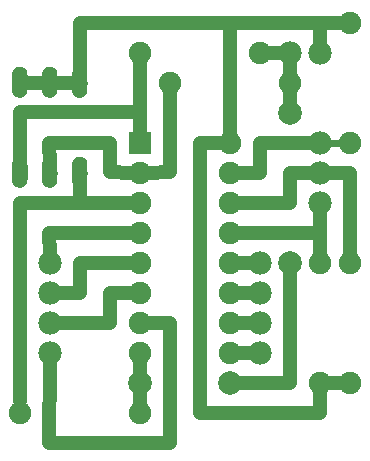
<source format=gbl>
G04 MADE WITH FRITZING*
G04 WWW.FRITZING.ORG*
G04 DOUBLE SIDED*
G04 HOLES PLATED*
G04 CONTOUR ON CENTER OF CONTOUR VECTOR*
%ASAXBY*%
%FSLAX23Y23*%
%MOIN*%
%OFA0B0*%
%SFA1.0B1.0*%
%ADD10C,0.078000*%
%ADD11C,0.075000*%
%ADD12C,0.052000*%
%ADD13C,0.078740*%
%ADD14R,0.075000X0.075000*%
%ADD15C,0.048000*%
%ADD16C,0.024000*%
%ADD17R,0.001000X0.001000*%
%LNCOPPER0*%
G90*
G70*
G54D10*
X1118Y888D03*
X1118Y988D03*
X1118Y1088D03*
X918Y388D03*
X918Y488D03*
X918Y588D03*
X918Y688D03*
X218Y388D03*
X218Y488D03*
X218Y588D03*
X218Y688D03*
G54D11*
X1218Y1088D03*
X1218Y1488D03*
X1218Y688D03*
X1218Y288D03*
X1118Y688D03*
X1118Y288D03*
G54D12*
X118Y988D03*
X218Y988D03*
X218Y1288D03*
X118Y1288D03*
X218Y988D03*
X318Y988D03*
X318Y1288D03*
X218Y1288D03*
G54D11*
X518Y1388D03*
X918Y1388D03*
X618Y1288D03*
X1018Y1288D03*
X118Y188D03*
X518Y188D03*
G54D10*
X1018Y1388D03*
X1118Y1388D03*
G54D13*
X818Y288D03*
X518Y288D03*
X1018Y1188D03*
X1018Y688D03*
G54D11*
X518Y1088D03*
X818Y1088D03*
X518Y988D03*
X818Y988D03*
X518Y888D03*
X818Y888D03*
X518Y788D03*
X818Y788D03*
X518Y688D03*
X818Y688D03*
X518Y588D03*
X818Y588D03*
X518Y488D03*
X818Y488D03*
X518Y388D03*
X818Y388D03*
G54D14*
X518Y1088D03*
G54D15*
X1118Y1487D02*
X1118Y1418D01*
D02*
X1189Y1487D02*
X1118Y1487D01*
D02*
X887Y588D02*
X846Y588D01*
D02*
X1018Y287D02*
X1018Y661D01*
D02*
X844Y288D02*
X1018Y287D01*
D02*
X818Y1487D02*
X1118Y1487D01*
D02*
X1118Y1487D02*
X1118Y1418D01*
D02*
X818Y1116D02*
X818Y1487D01*
D02*
X317Y888D02*
X417Y887D01*
D02*
X417Y887D02*
X489Y887D01*
D02*
X317Y961D02*
X317Y888D01*
D02*
X1018Y1259D02*
X1018Y1215D01*
G54D16*
D02*
X1148Y1088D02*
X1189Y1088D01*
D02*
X190Y1288D02*
X145Y1288D01*
G54D15*
D02*
X290Y1288D02*
X245Y1288D01*
D02*
X117Y1015D02*
X117Y1088D01*
D02*
X117Y1088D02*
X119Y1189D01*
D02*
X119Y1189D02*
X517Y1189D01*
D02*
X517Y1189D02*
X517Y1116D01*
D02*
X617Y87D02*
X417Y87D01*
D02*
X417Y87D02*
X216Y87D01*
D02*
X617Y487D02*
X617Y87D01*
D02*
X216Y87D02*
X217Y358D01*
D02*
X546Y488D02*
X617Y487D01*
D02*
X119Y888D02*
X118Y227D01*
D02*
X489Y888D02*
X119Y888D01*
D02*
X1218Y988D02*
X1218Y716D01*
D02*
X1148Y988D02*
X1218Y988D01*
D02*
X818Y1116D02*
X818Y1487D01*
D02*
X818Y1487D02*
X317Y1487D01*
D02*
X317Y1487D02*
X317Y1315D01*
D02*
X317Y688D02*
X317Y588D01*
D02*
X317Y588D02*
X248Y588D01*
D02*
X489Y688D02*
X317Y688D01*
D02*
X846Y888D02*
X1018Y887D01*
D02*
X1018Y887D02*
X1018Y988D01*
D02*
X1018Y988D02*
X1087Y988D01*
D02*
X887Y388D02*
X846Y388D01*
D02*
X1118Y259D02*
X1118Y187D01*
D02*
X1118Y187D02*
X717Y187D01*
D02*
X717Y187D02*
X717Y1088D01*
D02*
X717Y1088D02*
X789Y1088D01*
D02*
X846Y788D02*
X1018Y788D01*
D02*
X1018Y788D02*
X1118Y788D01*
D02*
X1118Y788D02*
X1118Y716D01*
D02*
X919Y988D02*
X846Y988D01*
D02*
X919Y1088D02*
X919Y988D01*
D02*
X1087Y1088D02*
X919Y1088D01*
D02*
X489Y788D02*
X216Y788D01*
D02*
X216Y788D02*
X217Y718D01*
D02*
X1018Y1316D02*
X1018Y1358D01*
D02*
X987Y1388D02*
X946Y1388D01*
D02*
X887Y488D02*
X846Y488D01*
D02*
X887Y688D02*
X846Y688D01*
D02*
X518Y1359D02*
X518Y1116D01*
D02*
X190Y1288D02*
X145Y1288D01*
D02*
X1117Y716D02*
X1117Y788D01*
D02*
X1117Y788D02*
X1117Y858D01*
D02*
X1146Y288D02*
X1189Y288D01*
D02*
X418Y487D02*
X248Y488D01*
D02*
X418Y586D02*
X418Y487D01*
D02*
X489Y587D02*
X418Y586D01*
D02*
X517Y289D02*
X517Y359D01*
D02*
X517Y216D02*
X517Y289D01*
D02*
X418Y989D02*
X489Y988D01*
D02*
X418Y1088D02*
X418Y989D01*
D02*
X216Y1088D02*
X418Y1088D01*
D02*
X217Y1015D02*
X216Y1088D01*
D02*
X619Y989D02*
X546Y988D01*
D02*
X618Y1259D02*
X619Y989D01*
G54D17*
X112Y1340D02*
X122Y1340D01*
X212Y1340D02*
X222Y1340D01*
X311Y1340D02*
X322Y1340D01*
X108Y1339D02*
X126Y1339D01*
X208Y1339D02*
X226Y1339D01*
X308Y1339D02*
X326Y1339D01*
X106Y1338D02*
X128Y1338D01*
X206Y1338D02*
X228Y1338D01*
X306Y1338D02*
X328Y1338D01*
X104Y1337D02*
X130Y1337D01*
X204Y1337D02*
X230Y1337D01*
X304Y1337D02*
X330Y1337D01*
X103Y1336D02*
X131Y1336D01*
X203Y1336D02*
X231Y1336D01*
X303Y1336D02*
X331Y1336D01*
X101Y1335D02*
X133Y1335D01*
X201Y1335D02*
X233Y1335D01*
X301Y1335D02*
X333Y1335D01*
X100Y1334D02*
X134Y1334D01*
X200Y1334D02*
X234Y1334D01*
X300Y1334D02*
X334Y1334D01*
X99Y1333D02*
X135Y1333D01*
X199Y1333D02*
X235Y1333D01*
X299Y1333D02*
X335Y1333D01*
X98Y1332D02*
X136Y1332D01*
X198Y1332D02*
X236Y1332D01*
X298Y1332D02*
X336Y1332D01*
X97Y1331D02*
X137Y1331D01*
X197Y1331D02*
X237Y1331D01*
X297Y1331D02*
X337Y1331D01*
X97Y1330D02*
X137Y1330D01*
X197Y1330D02*
X237Y1330D01*
X297Y1330D02*
X337Y1330D01*
X96Y1329D02*
X138Y1329D01*
X196Y1329D02*
X238Y1329D01*
X296Y1329D02*
X338Y1329D01*
X95Y1328D02*
X139Y1328D01*
X195Y1328D02*
X239Y1328D01*
X295Y1328D02*
X339Y1328D01*
X95Y1327D02*
X139Y1327D01*
X195Y1327D02*
X239Y1327D01*
X295Y1327D02*
X339Y1327D01*
X94Y1326D02*
X140Y1326D01*
X194Y1326D02*
X240Y1326D01*
X294Y1326D02*
X340Y1326D01*
X94Y1325D02*
X140Y1325D01*
X194Y1325D02*
X240Y1325D01*
X294Y1325D02*
X340Y1325D01*
X93Y1324D02*
X141Y1324D01*
X193Y1324D02*
X241Y1324D01*
X293Y1324D02*
X341Y1324D01*
X93Y1323D02*
X141Y1323D01*
X193Y1323D02*
X241Y1323D01*
X293Y1323D02*
X341Y1323D01*
X93Y1322D02*
X141Y1322D01*
X193Y1322D02*
X241Y1322D01*
X293Y1322D02*
X341Y1322D01*
X92Y1321D02*
X142Y1321D01*
X192Y1321D02*
X242Y1321D01*
X292Y1321D02*
X342Y1321D01*
X92Y1320D02*
X142Y1320D01*
X192Y1320D02*
X242Y1320D01*
X292Y1320D02*
X342Y1320D01*
X92Y1319D02*
X142Y1319D01*
X192Y1319D02*
X242Y1319D01*
X292Y1319D02*
X342Y1319D01*
X92Y1318D02*
X142Y1318D01*
X192Y1318D02*
X242Y1318D01*
X292Y1318D02*
X342Y1318D01*
X92Y1317D02*
X142Y1317D01*
X192Y1317D02*
X242Y1317D01*
X292Y1317D02*
X342Y1317D01*
X92Y1316D02*
X142Y1316D01*
X192Y1316D02*
X242Y1316D01*
X292Y1316D02*
X342Y1316D01*
X92Y1315D02*
X142Y1315D01*
X192Y1315D02*
X242Y1315D01*
X291Y1315D02*
X342Y1315D01*
X92Y1314D02*
X143Y1314D01*
X191Y1314D02*
X242Y1314D01*
X291Y1314D02*
X342Y1314D01*
X92Y1313D02*
X143Y1313D01*
X191Y1313D02*
X242Y1313D01*
X291Y1313D02*
X342Y1313D01*
X92Y1312D02*
X143Y1312D01*
X191Y1312D02*
X242Y1312D01*
X291Y1312D02*
X342Y1312D01*
X92Y1311D02*
X143Y1311D01*
X191Y1311D02*
X242Y1311D01*
X291Y1311D02*
X342Y1311D01*
X92Y1310D02*
X143Y1310D01*
X191Y1310D02*
X242Y1310D01*
X291Y1310D02*
X342Y1310D01*
X92Y1309D02*
X143Y1309D01*
X191Y1309D02*
X242Y1309D01*
X291Y1309D02*
X342Y1309D01*
X92Y1308D02*
X143Y1308D01*
X191Y1308D02*
X242Y1308D01*
X291Y1308D02*
X342Y1308D01*
X92Y1307D02*
X143Y1307D01*
X191Y1307D02*
X242Y1307D01*
X291Y1307D02*
X342Y1307D01*
X92Y1306D02*
X143Y1306D01*
X191Y1306D02*
X242Y1306D01*
X291Y1306D02*
X342Y1306D01*
X92Y1305D02*
X143Y1305D01*
X191Y1305D02*
X242Y1305D01*
X291Y1305D02*
X342Y1305D01*
X92Y1304D02*
X112Y1304D01*
X122Y1304D02*
X143Y1304D01*
X191Y1304D02*
X212Y1304D01*
X222Y1304D02*
X242Y1304D01*
X291Y1304D02*
X312Y1304D01*
X322Y1304D02*
X342Y1304D01*
X92Y1303D02*
X109Y1303D01*
X125Y1303D02*
X143Y1303D01*
X191Y1303D02*
X209Y1303D01*
X225Y1303D02*
X242Y1303D01*
X291Y1303D02*
X309Y1303D01*
X325Y1303D02*
X342Y1303D01*
X92Y1302D02*
X108Y1302D01*
X126Y1302D02*
X143Y1302D01*
X191Y1302D02*
X208Y1302D01*
X226Y1302D02*
X242Y1302D01*
X291Y1302D02*
X308Y1302D01*
X326Y1302D02*
X342Y1302D01*
X92Y1301D02*
X106Y1301D01*
X128Y1301D02*
X143Y1301D01*
X191Y1301D02*
X206Y1301D01*
X228Y1301D02*
X242Y1301D01*
X291Y1301D02*
X306Y1301D01*
X328Y1301D02*
X342Y1301D01*
X92Y1300D02*
X105Y1300D01*
X129Y1300D02*
X143Y1300D01*
X191Y1300D02*
X205Y1300D01*
X229Y1300D02*
X242Y1300D01*
X291Y1300D02*
X305Y1300D01*
X329Y1300D02*
X342Y1300D01*
X92Y1299D02*
X104Y1299D01*
X130Y1299D02*
X143Y1299D01*
X191Y1299D02*
X204Y1299D01*
X230Y1299D02*
X242Y1299D01*
X291Y1299D02*
X304Y1299D01*
X330Y1299D02*
X342Y1299D01*
X92Y1298D02*
X104Y1298D01*
X131Y1298D02*
X143Y1298D01*
X191Y1298D02*
X203Y1298D01*
X230Y1298D02*
X242Y1298D01*
X291Y1298D02*
X303Y1298D01*
X330Y1298D02*
X342Y1298D01*
X92Y1297D02*
X103Y1297D01*
X131Y1297D02*
X143Y1297D01*
X191Y1297D02*
X203Y1297D01*
X231Y1297D02*
X242Y1297D01*
X291Y1297D02*
X303Y1297D01*
X331Y1297D02*
X342Y1297D01*
X92Y1296D02*
X102Y1296D01*
X132Y1296D02*
X143Y1296D01*
X191Y1296D02*
X202Y1296D01*
X232Y1296D02*
X242Y1296D01*
X291Y1296D02*
X302Y1296D01*
X332Y1296D02*
X342Y1296D01*
X92Y1295D02*
X102Y1295D01*
X132Y1295D02*
X143Y1295D01*
X191Y1295D02*
X202Y1295D01*
X232Y1295D02*
X242Y1295D01*
X291Y1295D02*
X302Y1295D01*
X332Y1295D02*
X342Y1295D01*
X92Y1294D02*
X101Y1294D01*
X133Y1294D02*
X143Y1294D01*
X191Y1294D02*
X201Y1294D01*
X233Y1294D02*
X242Y1294D01*
X291Y1294D02*
X301Y1294D01*
X332Y1294D02*
X342Y1294D01*
X92Y1293D02*
X101Y1293D01*
X133Y1293D02*
X143Y1293D01*
X191Y1293D02*
X201Y1293D01*
X233Y1293D02*
X242Y1293D01*
X291Y1293D02*
X301Y1293D01*
X333Y1293D02*
X342Y1293D01*
X92Y1292D02*
X101Y1292D01*
X133Y1292D02*
X143Y1292D01*
X191Y1292D02*
X201Y1292D01*
X233Y1292D02*
X242Y1292D01*
X291Y1292D02*
X301Y1292D01*
X333Y1292D02*
X342Y1292D01*
X92Y1291D02*
X101Y1291D01*
X133Y1291D02*
X143Y1291D01*
X191Y1291D02*
X201Y1291D01*
X233Y1291D02*
X242Y1291D01*
X291Y1291D02*
X301Y1291D01*
X333Y1291D02*
X342Y1291D01*
X92Y1290D02*
X101Y1290D01*
X133Y1290D02*
X143Y1290D01*
X191Y1290D02*
X201Y1290D01*
X233Y1290D02*
X242Y1290D01*
X291Y1290D02*
X301Y1290D01*
X333Y1290D02*
X342Y1290D01*
X92Y1289D02*
X101Y1289D01*
X133Y1289D02*
X143Y1289D01*
X191Y1289D02*
X201Y1289D01*
X233Y1289D02*
X242Y1289D01*
X291Y1289D02*
X301Y1289D01*
X333Y1289D02*
X342Y1289D01*
X92Y1288D02*
X101Y1288D01*
X133Y1288D02*
X143Y1288D01*
X191Y1288D02*
X201Y1288D01*
X233Y1288D02*
X242Y1288D01*
X291Y1288D02*
X301Y1288D01*
X333Y1288D02*
X342Y1288D01*
X92Y1287D02*
X101Y1287D01*
X133Y1287D02*
X143Y1287D01*
X191Y1287D02*
X201Y1287D01*
X233Y1287D02*
X242Y1287D01*
X291Y1287D02*
X301Y1287D01*
X333Y1287D02*
X342Y1287D01*
X92Y1286D02*
X101Y1286D01*
X133Y1286D02*
X143Y1286D01*
X191Y1286D02*
X201Y1286D01*
X233Y1286D02*
X242Y1286D01*
X291Y1286D02*
X301Y1286D01*
X333Y1286D02*
X342Y1286D01*
X92Y1285D02*
X101Y1285D01*
X133Y1285D02*
X143Y1285D01*
X191Y1285D02*
X201Y1285D01*
X233Y1285D02*
X242Y1285D01*
X291Y1285D02*
X301Y1285D01*
X333Y1285D02*
X342Y1285D01*
X92Y1284D02*
X101Y1284D01*
X133Y1284D02*
X143Y1284D01*
X191Y1284D02*
X201Y1284D01*
X233Y1284D02*
X242Y1284D01*
X291Y1284D02*
X301Y1284D01*
X333Y1284D02*
X342Y1284D01*
X92Y1283D02*
X102Y1283D01*
X132Y1283D02*
X143Y1283D01*
X191Y1283D02*
X202Y1283D01*
X232Y1283D02*
X242Y1283D01*
X291Y1283D02*
X302Y1283D01*
X332Y1283D02*
X342Y1283D01*
X92Y1282D02*
X102Y1282D01*
X132Y1282D02*
X143Y1282D01*
X191Y1282D02*
X202Y1282D01*
X232Y1282D02*
X242Y1282D01*
X291Y1282D02*
X302Y1282D01*
X332Y1282D02*
X342Y1282D01*
X92Y1281D02*
X103Y1281D01*
X131Y1281D02*
X143Y1281D01*
X191Y1281D02*
X203Y1281D01*
X231Y1281D02*
X242Y1281D01*
X291Y1281D02*
X303Y1281D01*
X331Y1281D02*
X342Y1281D01*
X92Y1280D02*
X103Y1280D01*
X131Y1280D02*
X143Y1280D01*
X191Y1280D02*
X203Y1280D01*
X231Y1280D02*
X242Y1280D01*
X291Y1280D02*
X303Y1280D01*
X331Y1280D02*
X342Y1280D01*
X92Y1279D02*
X104Y1279D01*
X130Y1279D02*
X143Y1279D01*
X191Y1279D02*
X204Y1279D01*
X230Y1279D02*
X242Y1279D01*
X291Y1279D02*
X304Y1279D01*
X330Y1279D02*
X342Y1279D01*
X92Y1278D02*
X105Y1278D01*
X129Y1278D02*
X143Y1278D01*
X191Y1278D02*
X205Y1278D01*
X229Y1278D02*
X242Y1278D01*
X291Y1278D02*
X305Y1278D01*
X329Y1278D02*
X342Y1278D01*
X92Y1277D02*
X106Y1277D01*
X128Y1277D02*
X143Y1277D01*
X191Y1277D02*
X206Y1277D01*
X228Y1277D02*
X242Y1277D01*
X291Y1277D02*
X306Y1277D01*
X328Y1277D02*
X342Y1277D01*
X92Y1276D02*
X107Y1276D01*
X127Y1276D02*
X143Y1276D01*
X191Y1276D02*
X207Y1276D01*
X227Y1276D02*
X242Y1276D01*
X291Y1276D02*
X307Y1276D01*
X327Y1276D02*
X342Y1276D01*
X92Y1275D02*
X108Y1275D01*
X126Y1275D02*
X143Y1275D01*
X191Y1275D02*
X208Y1275D01*
X226Y1275D02*
X242Y1275D01*
X291Y1275D02*
X308Y1275D01*
X326Y1275D02*
X342Y1275D01*
X92Y1274D02*
X110Y1274D01*
X124Y1274D02*
X143Y1274D01*
X191Y1274D02*
X210Y1274D01*
X224Y1274D02*
X242Y1274D01*
X291Y1274D02*
X310Y1274D01*
X324Y1274D02*
X342Y1274D01*
X92Y1273D02*
X114Y1273D01*
X120Y1273D02*
X143Y1273D01*
X191Y1273D02*
X214Y1273D01*
X220Y1273D02*
X242Y1273D01*
X291Y1273D02*
X314Y1273D01*
X320Y1273D02*
X342Y1273D01*
X92Y1272D02*
X143Y1272D01*
X191Y1272D02*
X242Y1272D01*
X291Y1272D02*
X342Y1272D01*
X92Y1271D02*
X143Y1271D01*
X191Y1271D02*
X242Y1271D01*
X291Y1271D02*
X342Y1271D01*
X92Y1270D02*
X143Y1270D01*
X191Y1270D02*
X242Y1270D01*
X291Y1270D02*
X342Y1270D01*
X92Y1269D02*
X143Y1269D01*
X191Y1269D02*
X242Y1269D01*
X291Y1269D02*
X342Y1269D01*
X92Y1268D02*
X143Y1268D01*
X191Y1268D02*
X242Y1268D01*
X291Y1268D02*
X342Y1268D01*
X92Y1267D02*
X143Y1267D01*
X191Y1267D02*
X242Y1267D01*
X291Y1267D02*
X342Y1267D01*
X92Y1266D02*
X143Y1266D01*
X191Y1266D02*
X242Y1266D01*
X291Y1266D02*
X342Y1266D01*
X92Y1265D02*
X143Y1265D01*
X191Y1265D02*
X242Y1265D01*
X291Y1265D02*
X342Y1265D01*
X92Y1264D02*
X143Y1264D01*
X191Y1264D02*
X242Y1264D01*
X291Y1264D02*
X342Y1264D01*
X92Y1263D02*
X143Y1263D01*
X191Y1263D02*
X242Y1263D01*
X291Y1263D02*
X342Y1263D01*
X92Y1262D02*
X142Y1262D01*
X192Y1262D02*
X242Y1262D01*
X292Y1262D02*
X342Y1262D01*
X92Y1261D02*
X142Y1261D01*
X192Y1261D02*
X242Y1261D01*
X292Y1261D02*
X342Y1261D01*
X92Y1260D02*
X142Y1260D01*
X192Y1260D02*
X242Y1260D01*
X292Y1260D02*
X342Y1260D01*
X92Y1259D02*
X142Y1259D01*
X192Y1259D02*
X242Y1259D01*
X292Y1259D02*
X342Y1259D01*
X92Y1258D02*
X142Y1258D01*
X192Y1258D02*
X242Y1258D01*
X292Y1258D02*
X342Y1258D01*
X92Y1257D02*
X142Y1257D01*
X192Y1257D02*
X242Y1257D01*
X292Y1257D02*
X342Y1257D01*
X92Y1256D02*
X142Y1256D01*
X192Y1256D02*
X242Y1256D01*
X292Y1256D02*
X342Y1256D01*
X93Y1255D02*
X141Y1255D01*
X193Y1255D02*
X241Y1255D01*
X293Y1255D02*
X341Y1255D01*
X93Y1254D02*
X141Y1254D01*
X193Y1254D02*
X241Y1254D01*
X293Y1254D02*
X341Y1254D01*
X93Y1253D02*
X141Y1253D01*
X193Y1253D02*
X241Y1253D01*
X293Y1253D02*
X341Y1253D01*
X94Y1252D02*
X140Y1252D01*
X194Y1252D02*
X240Y1252D01*
X294Y1252D02*
X340Y1252D01*
X94Y1251D02*
X140Y1251D01*
X194Y1251D02*
X240Y1251D01*
X294Y1251D02*
X340Y1251D01*
X95Y1250D02*
X139Y1250D01*
X195Y1250D02*
X239Y1250D01*
X295Y1250D02*
X339Y1250D01*
X96Y1249D02*
X138Y1249D01*
X195Y1249D02*
X238Y1249D01*
X295Y1249D02*
X338Y1249D01*
X96Y1248D02*
X138Y1248D01*
X196Y1248D02*
X238Y1248D01*
X296Y1248D02*
X338Y1248D01*
X97Y1247D02*
X137Y1247D01*
X197Y1247D02*
X237Y1247D01*
X297Y1247D02*
X337Y1247D01*
X98Y1246D02*
X136Y1246D01*
X198Y1246D02*
X236Y1246D01*
X298Y1246D02*
X336Y1246D01*
X99Y1245D02*
X135Y1245D01*
X199Y1245D02*
X235Y1245D01*
X299Y1245D02*
X335Y1245D01*
X100Y1244D02*
X134Y1244D01*
X200Y1244D02*
X234Y1244D01*
X300Y1244D02*
X334Y1244D01*
X101Y1243D02*
X133Y1243D01*
X201Y1243D02*
X233Y1243D01*
X301Y1243D02*
X333Y1243D01*
X102Y1242D02*
X132Y1242D01*
X202Y1242D02*
X232Y1242D01*
X302Y1242D02*
X332Y1242D01*
X103Y1241D02*
X131Y1241D01*
X203Y1241D02*
X231Y1241D01*
X303Y1241D02*
X331Y1241D01*
X105Y1240D02*
X129Y1240D01*
X205Y1240D02*
X229Y1240D01*
X305Y1240D02*
X329Y1240D01*
X107Y1239D02*
X127Y1239D01*
X207Y1239D02*
X227Y1239D01*
X307Y1239D02*
X327Y1239D01*
X110Y1238D02*
X124Y1238D01*
X210Y1238D02*
X224Y1238D01*
X309Y1238D02*
X324Y1238D01*
X114Y1237D02*
X120Y1237D01*
X214Y1237D02*
X220Y1237D01*
X314Y1237D02*
X320Y1237D01*
X111Y1040D02*
X123Y1040D01*
X211Y1040D02*
X223Y1040D01*
X311Y1040D02*
X323Y1040D01*
X108Y1039D02*
X126Y1039D01*
X208Y1039D02*
X226Y1039D01*
X308Y1039D02*
X326Y1039D01*
X106Y1038D02*
X128Y1038D01*
X206Y1038D02*
X228Y1038D01*
X306Y1038D02*
X328Y1038D01*
X104Y1037D02*
X130Y1037D01*
X204Y1037D02*
X230Y1037D01*
X304Y1037D02*
X330Y1037D01*
X103Y1036D02*
X132Y1036D01*
X202Y1036D02*
X231Y1036D01*
X302Y1036D02*
X331Y1036D01*
X101Y1035D02*
X133Y1035D01*
X201Y1035D02*
X233Y1035D01*
X301Y1035D02*
X333Y1035D01*
X100Y1034D02*
X134Y1034D01*
X200Y1034D02*
X234Y1034D01*
X300Y1034D02*
X334Y1034D01*
X99Y1033D02*
X135Y1033D01*
X199Y1033D02*
X235Y1033D01*
X299Y1033D02*
X335Y1033D01*
X98Y1032D02*
X136Y1032D01*
X198Y1032D02*
X236Y1032D01*
X298Y1032D02*
X336Y1032D01*
X97Y1031D02*
X137Y1031D01*
X197Y1031D02*
X237Y1031D01*
X297Y1031D02*
X337Y1031D01*
X96Y1030D02*
X138Y1030D01*
X196Y1030D02*
X238Y1030D01*
X296Y1030D02*
X338Y1030D01*
X96Y1029D02*
X138Y1029D01*
X196Y1029D02*
X238Y1029D01*
X296Y1029D02*
X338Y1029D01*
X95Y1028D02*
X139Y1028D01*
X195Y1028D02*
X239Y1028D01*
X295Y1028D02*
X339Y1028D01*
X95Y1027D02*
X139Y1027D01*
X195Y1027D02*
X239Y1027D01*
X295Y1027D02*
X339Y1027D01*
X94Y1026D02*
X140Y1026D01*
X194Y1026D02*
X240Y1026D01*
X294Y1026D02*
X340Y1026D01*
X94Y1025D02*
X140Y1025D01*
X194Y1025D02*
X240Y1025D01*
X294Y1025D02*
X340Y1025D01*
X93Y1024D02*
X141Y1024D01*
X193Y1024D02*
X241Y1024D01*
X293Y1024D02*
X341Y1024D01*
X93Y1023D02*
X141Y1023D01*
X193Y1023D02*
X241Y1023D01*
X293Y1023D02*
X341Y1023D01*
X93Y1022D02*
X141Y1022D01*
X193Y1022D02*
X241Y1022D01*
X292Y1022D02*
X341Y1022D01*
X92Y1021D02*
X142Y1021D01*
X192Y1021D02*
X242Y1021D01*
X292Y1021D02*
X342Y1021D01*
X92Y1020D02*
X142Y1020D01*
X192Y1020D02*
X242Y1020D01*
X292Y1020D02*
X342Y1020D01*
X92Y1019D02*
X142Y1019D01*
X192Y1019D02*
X242Y1019D01*
X292Y1019D02*
X342Y1019D01*
X92Y1018D02*
X142Y1018D01*
X192Y1018D02*
X242Y1018D01*
X292Y1018D02*
X342Y1018D01*
X92Y1017D02*
X142Y1017D01*
X192Y1017D02*
X242Y1017D01*
X292Y1017D02*
X342Y1017D01*
X92Y1016D02*
X142Y1016D01*
X192Y1016D02*
X242Y1016D01*
X292Y1016D02*
X342Y1016D01*
X92Y1015D02*
X142Y1015D01*
X192Y1015D02*
X242Y1015D01*
X291Y1015D02*
X342Y1015D01*
X92Y1014D02*
X143Y1014D01*
X191Y1014D02*
X242Y1014D01*
X291Y1014D02*
X342Y1014D01*
X92Y1013D02*
X143Y1013D01*
X191Y1013D02*
X242Y1013D01*
X291Y1013D02*
X342Y1013D01*
X92Y1012D02*
X143Y1012D01*
X191Y1012D02*
X242Y1012D01*
X291Y1012D02*
X342Y1012D01*
X92Y1011D02*
X143Y1011D01*
X191Y1011D02*
X242Y1011D01*
X291Y1011D02*
X342Y1011D01*
X92Y1010D02*
X143Y1010D01*
X191Y1010D02*
X242Y1010D01*
X291Y1010D02*
X342Y1010D01*
X92Y1009D02*
X143Y1009D01*
X191Y1009D02*
X242Y1009D01*
X291Y1009D02*
X342Y1009D01*
X92Y1008D02*
X143Y1008D01*
X191Y1008D02*
X242Y1008D01*
X291Y1008D02*
X342Y1008D01*
X92Y1007D02*
X143Y1007D01*
X191Y1007D02*
X242Y1007D01*
X291Y1007D02*
X342Y1007D01*
X92Y1006D02*
X143Y1006D01*
X191Y1006D02*
X242Y1006D01*
X291Y1006D02*
X342Y1006D01*
X92Y1005D02*
X143Y1005D01*
X191Y1005D02*
X242Y1005D01*
X291Y1005D02*
X342Y1005D01*
X92Y1004D02*
X112Y1004D01*
X122Y1004D02*
X143Y1004D01*
X191Y1004D02*
X212Y1004D01*
X222Y1004D02*
X242Y1004D01*
X291Y1004D02*
X312Y1004D01*
X322Y1004D02*
X342Y1004D01*
X92Y1003D02*
X109Y1003D01*
X125Y1003D02*
X143Y1003D01*
X191Y1003D02*
X209Y1003D01*
X225Y1003D02*
X242Y1003D01*
X291Y1003D02*
X309Y1003D01*
X325Y1003D02*
X342Y1003D01*
X92Y1002D02*
X107Y1002D01*
X127Y1002D02*
X143Y1002D01*
X191Y1002D02*
X207Y1002D01*
X227Y1002D02*
X242Y1002D01*
X291Y1002D02*
X307Y1002D01*
X326Y1002D02*
X342Y1002D01*
X92Y1001D02*
X106Y1001D01*
X128Y1001D02*
X143Y1001D01*
X191Y1001D02*
X206Y1001D01*
X228Y1001D02*
X242Y1001D01*
X291Y1001D02*
X306Y1001D01*
X328Y1001D02*
X342Y1001D01*
X92Y1000D02*
X105Y1000D01*
X129Y1000D02*
X143Y1000D01*
X191Y1000D02*
X205Y1000D01*
X229Y1000D02*
X242Y1000D01*
X291Y1000D02*
X305Y1000D01*
X329Y1000D02*
X342Y1000D01*
X92Y999D02*
X104Y999D01*
X130Y999D02*
X143Y999D01*
X191Y999D02*
X204Y999D01*
X230Y999D02*
X242Y999D01*
X291Y999D02*
X304Y999D01*
X330Y999D02*
X342Y999D01*
X92Y998D02*
X103Y998D01*
X131Y998D02*
X143Y998D01*
X191Y998D02*
X203Y998D01*
X231Y998D02*
X242Y998D01*
X291Y998D02*
X303Y998D01*
X331Y998D02*
X342Y998D01*
X92Y997D02*
X103Y997D01*
X131Y997D02*
X143Y997D01*
X191Y997D02*
X203Y997D01*
X231Y997D02*
X242Y997D01*
X291Y997D02*
X303Y997D01*
X331Y997D02*
X342Y997D01*
X92Y996D02*
X102Y996D01*
X132Y996D02*
X143Y996D01*
X191Y996D02*
X202Y996D01*
X232Y996D02*
X242Y996D01*
X291Y996D02*
X302Y996D01*
X332Y996D02*
X342Y996D01*
X92Y995D02*
X102Y995D01*
X132Y995D02*
X143Y995D01*
X191Y995D02*
X202Y995D01*
X232Y995D02*
X242Y995D01*
X291Y995D02*
X302Y995D01*
X332Y995D02*
X342Y995D01*
X92Y994D02*
X101Y994D01*
X133Y994D02*
X143Y994D01*
X191Y994D02*
X201Y994D01*
X233Y994D02*
X242Y994D01*
X291Y994D02*
X301Y994D01*
X333Y994D02*
X342Y994D01*
X92Y993D02*
X101Y993D01*
X133Y993D02*
X143Y993D01*
X191Y993D02*
X201Y993D01*
X233Y993D02*
X242Y993D01*
X291Y993D02*
X301Y993D01*
X333Y993D02*
X342Y993D01*
X92Y992D02*
X101Y992D01*
X133Y992D02*
X143Y992D01*
X191Y992D02*
X201Y992D01*
X233Y992D02*
X242Y992D01*
X291Y992D02*
X301Y992D01*
X333Y992D02*
X342Y992D01*
X92Y991D02*
X101Y991D01*
X133Y991D02*
X143Y991D01*
X191Y991D02*
X201Y991D01*
X233Y991D02*
X242Y991D01*
X291Y991D02*
X301Y991D01*
X333Y991D02*
X342Y991D01*
X92Y990D02*
X101Y990D01*
X133Y990D02*
X143Y990D01*
X191Y990D02*
X201Y990D01*
X233Y990D02*
X242Y990D01*
X291Y990D02*
X301Y990D01*
X333Y990D02*
X342Y990D01*
X92Y989D02*
X101Y989D01*
X133Y989D02*
X143Y989D01*
X191Y989D02*
X201Y989D01*
X233Y989D02*
X242Y989D01*
X291Y989D02*
X301Y989D01*
X333Y989D02*
X342Y989D01*
X92Y988D02*
X101Y988D01*
X133Y988D02*
X143Y988D01*
X191Y988D02*
X201Y988D01*
X233Y988D02*
X242Y988D01*
X291Y988D02*
X301Y988D01*
X333Y988D02*
X342Y988D01*
X92Y987D02*
X101Y987D01*
X133Y987D02*
X143Y987D01*
X191Y987D02*
X201Y987D01*
X233Y987D02*
X242Y987D01*
X291Y987D02*
X301Y987D01*
X333Y987D02*
X342Y987D01*
X92Y986D02*
X101Y986D01*
X133Y986D02*
X143Y986D01*
X191Y986D02*
X201Y986D01*
X233Y986D02*
X242Y986D01*
X291Y986D02*
X301Y986D01*
X333Y986D02*
X342Y986D01*
X92Y985D02*
X101Y985D01*
X133Y985D02*
X143Y985D01*
X191Y985D02*
X201Y985D01*
X233Y985D02*
X242Y985D01*
X291Y985D02*
X301Y985D01*
X333Y985D02*
X342Y985D01*
X92Y984D02*
X101Y984D01*
X133Y984D02*
X143Y984D01*
X191Y984D02*
X201Y984D01*
X233Y984D02*
X242Y984D01*
X291Y984D02*
X301Y984D01*
X333Y984D02*
X342Y984D01*
X92Y983D02*
X102Y983D01*
X132Y983D02*
X143Y983D01*
X191Y983D02*
X202Y983D01*
X232Y983D02*
X242Y983D01*
X291Y983D02*
X302Y983D01*
X332Y983D02*
X342Y983D01*
X92Y982D02*
X102Y982D01*
X132Y982D02*
X143Y982D01*
X191Y982D02*
X202Y982D01*
X232Y982D02*
X242Y982D01*
X291Y982D02*
X302Y982D01*
X332Y982D02*
X342Y982D01*
X92Y981D02*
X103Y981D01*
X131Y981D02*
X143Y981D01*
X191Y981D02*
X203Y981D01*
X231Y981D02*
X242Y981D01*
X291Y981D02*
X303Y981D01*
X331Y981D02*
X342Y981D01*
X92Y980D02*
X103Y980D01*
X131Y980D02*
X143Y980D01*
X191Y980D02*
X203Y980D01*
X231Y980D02*
X242Y980D01*
X291Y980D02*
X303Y980D01*
X331Y980D02*
X342Y980D01*
X92Y979D02*
X104Y979D01*
X130Y979D02*
X143Y979D01*
X191Y979D02*
X204Y979D01*
X230Y979D02*
X242Y979D01*
X291Y979D02*
X304Y979D01*
X330Y979D02*
X342Y979D01*
X92Y978D02*
X105Y978D01*
X129Y978D02*
X143Y978D01*
X191Y978D02*
X205Y978D01*
X229Y978D02*
X242Y978D01*
X291Y978D02*
X305Y978D01*
X329Y978D02*
X342Y978D01*
X92Y977D02*
X106Y977D01*
X128Y977D02*
X143Y977D01*
X191Y977D02*
X206Y977D01*
X228Y977D02*
X242Y977D01*
X291Y977D02*
X306Y977D01*
X328Y977D02*
X342Y977D01*
X92Y976D02*
X107Y976D01*
X127Y976D02*
X143Y976D01*
X191Y976D02*
X207Y976D01*
X227Y976D02*
X242Y976D01*
X291Y976D02*
X307Y976D01*
X327Y976D02*
X342Y976D01*
X92Y975D02*
X109Y975D01*
X125Y975D02*
X143Y975D01*
X191Y975D02*
X209Y975D01*
X225Y975D02*
X242Y975D01*
X291Y975D02*
X309Y975D01*
X325Y975D02*
X342Y975D01*
X92Y974D02*
X111Y974D01*
X123Y974D02*
X143Y974D01*
X191Y974D02*
X211Y974D01*
X223Y974D02*
X242Y974D01*
X291Y974D02*
X311Y974D01*
X323Y974D02*
X342Y974D01*
X92Y973D02*
X115Y973D01*
X119Y973D02*
X143Y973D01*
X191Y973D02*
X215Y973D01*
X219Y973D02*
X242Y973D01*
X291Y973D02*
X315Y973D01*
X319Y973D02*
X342Y973D01*
X92Y972D02*
X143Y972D01*
X191Y972D02*
X242Y972D01*
X291Y972D02*
X342Y972D01*
X92Y971D02*
X143Y971D01*
X191Y971D02*
X242Y971D01*
X291Y971D02*
X342Y971D01*
X92Y970D02*
X143Y970D01*
X191Y970D02*
X242Y970D01*
X291Y970D02*
X342Y970D01*
X92Y969D02*
X143Y969D01*
X191Y969D02*
X242Y969D01*
X291Y969D02*
X342Y969D01*
X92Y968D02*
X143Y968D01*
X191Y968D02*
X242Y968D01*
X291Y968D02*
X342Y968D01*
X92Y967D02*
X143Y967D01*
X191Y967D02*
X242Y967D01*
X291Y967D02*
X342Y967D01*
X92Y966D02*
X143Y966D01*
X191Y966D02*
X242Y966D01*
X291Y966D02*
X342Y966D01*
X92Y965D02*
X143Y965D01*
X191Y965D02*
X242Y965D01*
X291Y965D02*
X342Y965D01*
X92Y964D02*
X143Y964D01*
X191Y964D02*
X242Y964D01*
X291Y964D02*
X342Y964D01*
X92Y963D02*
X143Y963D01*
X191Y963D02*
X242Y963D01*
X291Y963D02*
X342Y963D01*
X92Y962D02*
X142Y962D01*
X192Y962D02*
X242Y962D01*
X292Y962D02*
X342Y962D01*
X92Y961D02*
X142Y961D01*
X192Y961D02*
X242Y961D01*
X292Y961D02*
X342Y961D01*
X92Y960D02*
X142Y960D01*
X192Y960D02*
X242Y960D01*
X292Y960D02*
X342Y960D01*
X92Y959D02*
X142Y959D01*
X192Y959D02*
X242Y959D01*
X292Y959D02*
X342Y959D01*
X92Y958D02*
X142Y958D01*
X192Y958D02*
X242Y958D01*
X292Y958D02*
X342Y958D01*
X92Y957D02*
X142Y957D01*
X192Y957D02*
X242Y957D01*
X292Y957D02*
X342Y957D01*
X92Y956D02*
X142Y956D01*
X192Y956D02*
X242Y956D01*
X292Y956D02*
X342Y956D01*
X93Y955D02*
X141Y955D01*
X193Y955D02*
X241Y955D01*
X293Y955D02*
X341Y955D01*
X93Y954D02*
X141Y954D01*
X193Y954D02*
X241Y954D01*
X293Y954D02*
X341Y954D01*
X93Y953D02*
X141Y953D01*
X193Y953D02*
X241Y953D01*
X293Y953D02*
X341Y953D01*
X94Y952D02*
X140Y952D01*
X194Y952D02*
X240Y952D01*
X294Y952D02*
X340Y952D01*
X94Y951D02*
X140Y951D01*
X194Y951D02*
X240Y951D01*
X294Y951D02*
X339Y951D01*
X95Y950D02*
X139Y950D01*
X195Y950D02*
X239Y950D01*
X295Y950D02*
X339Y950D01*
X96Y949D02*
X138Y949D01*
X196Y949D02*
X238Y949D01*
X296Y949D02*
X338Y949D01*
X96Y948D02*
X138Y948D01*
X196Y948D02*
X238Y948D01*
X296Y948D02*
X338Y948D01*
X97Y947D02*
X137Y947D01*
X197Y947D02*
X237Y947D01*
X297Y947D02*
X337Y947D01*
X98Y946D02*
X136Y946D01*
X198Y946D02*
X236Y946D01*
X298Y946D02*
X336Y946D01*
X99Y945D02*
X135Y945D01*
X199Y945D02*
X235Y945D01*
X299Y945D02*
X335Y945D01*
X100Y944D02*
X134Y944D01*
X200Y944D02*
X234Y944D01*
X300Y944D02*
X334Y944D01*
X101Y943D02*
X133Y943D01*
X201Y943D02*
X233Y943D01*
X301Y943D02*
X333Y943D01*
X102Y942D02*
X132Y942D01*
X202Y942D02*
X232Y942D01*
X302Y942D02*
X332Y942D01*
X103Y941D02*
X131Y941D01*
X203Y941D02*
X231Y941D01*
X303Y941D02*
X330Y941D01*
X105Y940D02*
X129Y940D01*
X205Y940D02*
X229Y940D01*
X305Y940D02*
X329Y940D01*
X107Y939D02*
X127Y939D01*
X207Y939D02*
X227Y939D01*
X307Y939D02*
X327Y939D01*
X110Y938D02*
X124Y938D01*
X210Y938D02*
X224Y938D01*
X310Y938D02*
X324Y938D01*
X115Y937D02*
X119Y937D01*
X215Y937D02*
X219Y937D01*
X315Y937D02*
X319Y937D01*
D02*
G04 End of Copper0*
M02*
</source>
